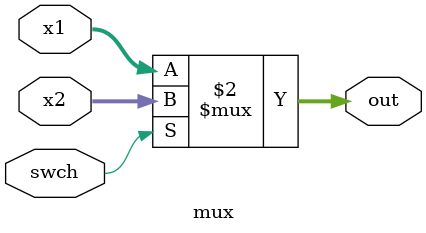
<source format=v>
module mux (input [31:0] x1,
        input [31:0] x2,
        input swch, 
        output reg [31:0] out);

    assign out = ~swch ? x1 : x2;

endmodule

</source>
